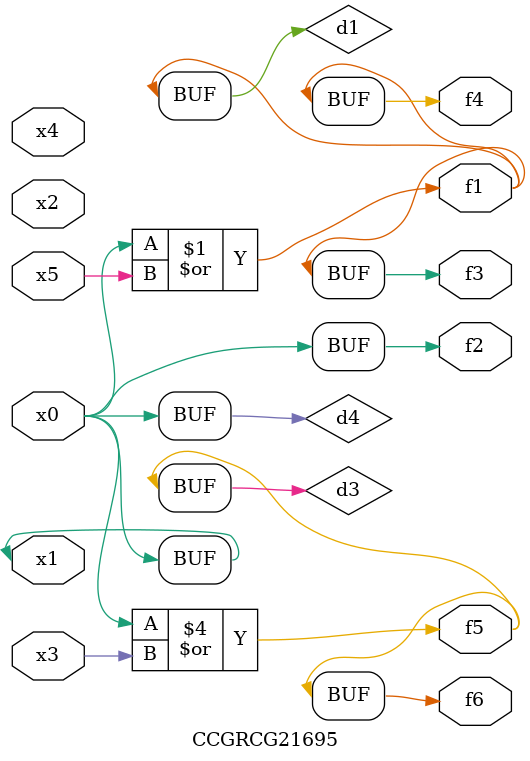
<source format=v>
module CCGRCG21695(
	input x0, x1, x2, x3, x4, x5,
	output f1, f2, f3, f4, f5, f6
);

	wire d1, d2, d3, d4;

	or (d1, x0, x5);
	xnor (d2, x1, x4);
	or (d3, x0, x3);
	buf (d4, x0, x1);
	assign f1 = d1;
	assign f2 = d4;
	assign f3 = d1;
	assign f4 = d1;
	assign f5 = d3;
	assign f6 = d3;
endmodule

</source>
